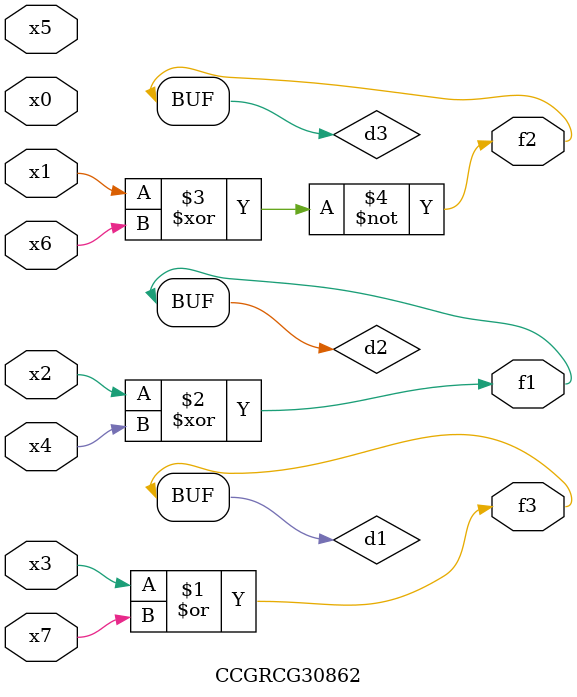
<source format=v>
module CCGRCG30862(
	input x0, x1, x2, x3, x4, x5, x6, x7,
	output f1, f2, f3
);

	wire d1, d2, d3;

	or (d1, x3, x7);
	xor (d2, x2, x4);
	xnor (d3, x1, x6);
	assign f1 = d2;
	assign f2 = d3;
	assign f3 = d1;
endmodule

</source>
